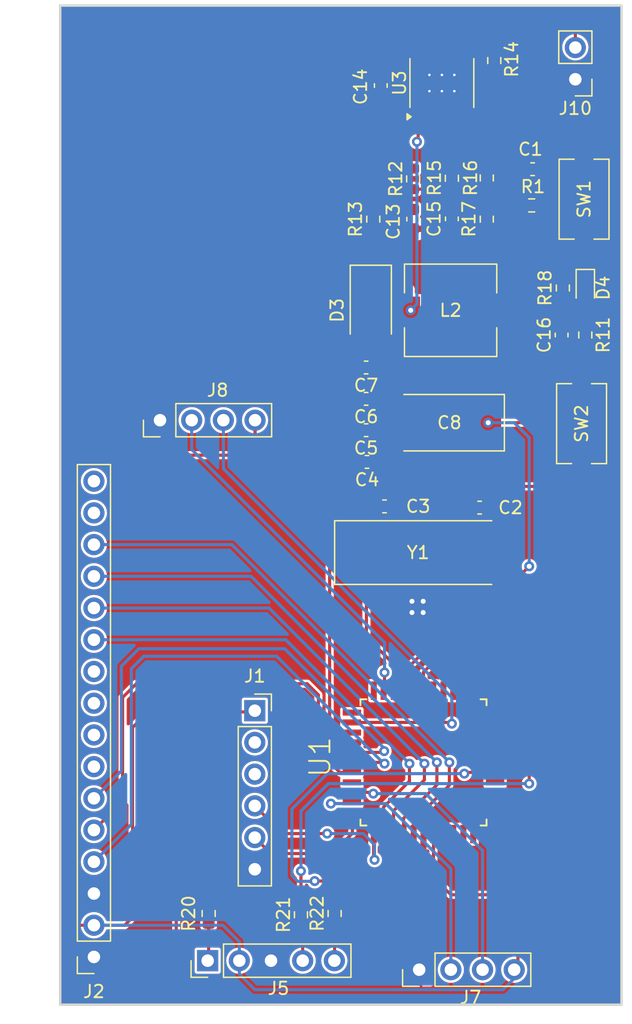
<source format=kicad_pcb>
(kicad_pcb (version 20240108) (generator "pcbnew") (generator_version "8.0")
  (title_block (title "Layout Project PIC") (date "2024-06-01"))
  (layers (0 "F.Cu" signal) (31 "B.Cu" signal) (34 "B.Paste" user) (35 "F.Paste" user) (36 "B.SilkS" user "B.Silkscreen") (37 "F.SilkS" user "F.Silkscreen") (38 "B.Mask" user) (39 "F.Mask" user) (44 "Edge.Cuts" user))
  (net 0 "")
  (net 1 "Net-(U1-RA6{slash}OSC2{slash}CLKOUT)")
  (net 2 "GND")
  (net 3 "Net-(U1-RA7{slash}OSC1{slash}CLKIN)")
  (net 4 "+5V")
  (net 5 "VPP")
  (net 6 "/MCU/ECHO")
  (net 8 "/MCU/D7")
  (net 28 "/MCU/DT")
  (net 29 "/MCU/D6")
  (net 30 "/MCU/D4")
  (net 31 "/MCU/E")
  (net 32 "/MCU/D5")
  (net 33 "/MCU/SCK")
  (net 34 "/MCU/RS")
  (net 35 "/MCU/RW")
  (net 36 "Net-(U1-RC2{slash}P1A{slash}CCP1)")
  (net 37 "Net-(D3-K)")
  (net 38 "Net-(U3-BST)")
  (net 39 "Net-(C15-Pad2)")
  (net 40 "Net-(D4-A)")
  (net 41 "Net-(J5-Pin_4)")
  (net 42 "Net-(J5-Pin_1)")
  (net 43 "Net-(J5-Pin_5)")
  (net 44 "/MCU/TR")
  (net 45 "/MCU/D1")
  (net 46 "/MCU/D0")
  (net 47 "/MCU/D2")
  (net 48 "/MCU/D3")
  (net 49 "Net-(U3-EN)")
  (net 50 "Net-(U3-FREQ)")
  (net 51 "Net-(U3-COMP)")
  (net 52 "Net-(U3-FB)")
  (net 56 "/MCU/TX")
  (net 57 "/MCU/RX")
  (net 58 "/MCU/A")
  (net 59 "/MCU/K")
  (net 60 "12")
  (net 61 "Net-(U1-RB7{slash}ICSPDAT)")
  (net 62 "Net-(U1-RB6{slash}ICSPCLK)")
  (footprint "Button_Switch_SMD:SW_Tactile_SPST_NO_Straight_CK_PTS636Sx25SMTRLFS" (layer "F.Cu") (at 84.1 35.7 90)
    (property "Reference" "SW1")
    (property "Value" "RST_BUT")
  )
  (footprint "Capacitor_SMD:C_0603_1608Metric" (layer "F.Cu") (at 66.625 54.2 180)
    (property "Reference" "C5")
    (property "Value" "10n")
  )
  (footprint "Resistor_SMD:R_0603_1608Metric" (layer "F.Cu") (at 76.3 34 -90)
    (property "Reference" "R16")
    (property "Value" "10K")
  )
  (footprint "Capacitor_SMD:C_0603_1608Metric" (layer "F.Cu") (at 66.625 51.69 180)
    (property "Reference" "C6")
    (property "Value" "100n")
  )
  (footprint "Capacitor_SMD:C_0603_1608Metric" (layer "F.Cu") (at 73.5 37.275 90)
    (property "Reference" "C15")
    (property "Value" "150p")
  )
  (footprint "Capacitor_SMD:C_0603_1608Metric" (layer "F.Cu") (at 75.725 60.4)
    (property "Reference" "C2")
    (property "Value" "10p")
  )
  (footprint "Package_QFP:QFP80P1200X1200X120-44N" (layer "F.Cu") (at 71.225 80.8 90)
    (property "Reference" "U1")
    (property "Value" "PIC16F887-I_PT")
  )
  (footprint "Capacitor_SMD:C_0603_1608Metric" (layer "F.Cu") (at 70.4 37.3 90)
    (property "Reference" "C13")
    (property "Value" "100n")
  )
  (footprint "Resistor_SMD:R_0603_1608Metric" (layer "F.Cu") (at 79.9 36.2 180)
    (property "Reference" "R1")
    (property "Value" "4.7K")
  )
  (footprint "Capacitor_SMD:C_0603_1608Metric" (layer "F.Cu") (at 66.625 49.18 180)
    (property "Reference" "C7")
    (property "Value" "10n")
  )
  (footprint "Inductor_SMD:L_7.3x7.3_H3.5" (layer "F.Cu") (at 73.4 44.6)
    (property "Reference" "L2")
    (property "Value" "10uH")
  )
  (footprint "Button_Switch_SMD:SW_Tactile_SPST_NO_Straight_CK_PTS636Sx25SMTRLFS" (layer "F.Cu") (at 83.9 53.675 90)
    (property "Reference" "SW2")
    (property "Value" "RST_BUT_loadcell")
  )
  (footprint "Package_SO:SOIC-8-1EP_3.9x4.9mm_P1.27mm_EP2.29x3mm_ThermalVias" (layer "F.Cu") (at 72.7 26.4 90)
    (property "Reference" "U3")
    (property "Value" "MP1584EN-LF-P")
  )
  (footprint "Connector_PinSocket_2.54mm:PinSocket_1x16_P2.54mm_Vertical" (layer "F.Cu") (at 44.8 96.38 180)
    (property "Reference" "J2")
    (property "Value" "Conn_01x16_Socket")
  )
  (footprint "Resistor_SMD:R_0603_1608Metric" (layer "F.Cu") (at 76.3 37.3 90)
    (property "Reference" "R17")
    (property "Value" "10K")
  )
  (footprint "Resistor_SMD:R_0603_1608Metric" (layer "F.Cu") (at 70.4 34.075 90)
    (property "Reference" "R12")
    (property "Value" "10K")
  )
  (footprint "Resistor_SMD:R_0603_1608Metric" (layer "F.Cu") (at 54 92.9 -90)
    (property "Reference" "R20")
    (property "Value" "10R")
  )
  (footprint "Connector_PinHeader_2.54mm:PinHeader_1x04_P2.54mm_Vertical" (layer "F.Cu") (at 70.88 97.4 90)
    (property "Reference" "J7")
    (property "Value" "JST 2.54X4")
  )
  (footprint "Capacitor_SMD:C_0603_1608Metric" (layer "F.Cu") (at 79.975 33.3 180)
    (property "Reference" "C1")
    (property "Value" "10n")
  )
  (footprint "Crystal:Crystal_SMD_HC49-SD" (layer "F.Cu") (at 70.8 64)
    (property "Reference" "Y1")
    (property "Value" "20M")
  )
  (footprint "Resistor_SMD:R_0603_1608Metric" (layer "F.Cu") (at 76.9 24.6 90)
    (property "Reference" "R14")
    (property "Value" "10K")
  )
  (footprint "LED_SMD:LED_0603_1608Metric" (layer "F.Cu") (at 84.2 42.8125 -90)
    (property "Reference" "D4")
    (property "Value" "5V")
  )
  (footprint "Diode_SMD:D_SMA" (layer "F.Cu") (at 67 44.5 -90)
    (property "Reference" "D3")
    (property "Value" "SS34")
  )
  (footprint "Capacitor_SMD:C_0603_1608Metric" (layer "F.Cu") (at 68.1 60.3)
    (property "Reference" "C3")
    (property "Value" "10p")
  )
  (footprint "Connector_PinSocket_2.54mm:PinSocket_1x06_P2.54mm_Vertical" (layer "F.Cu") (at 57.7 76.66)
    (property "Reference" "J1")
    (property "Value" "Conn_01x06_Socket")
  )
  (footprint "Resistor_SMD:R_0603_1608Metric" (layer "F.Cu") (at 82.4 42.8125 90)
    (property "Reference" "R18")
    (property "Value" "10K")
  )
  (footprint "Resistor_SMD:R_0603_1608Metric" (layer "F.Cu") (at 67.2 37.3 90)
    (property "Reference" "R13")
    (property "Value" "10")
  )
  (footprint "Resistor_SMD:R_0603_1608Metric" (layer "F.Cu") (at 84.2 46.575 -90)
    (property "Reference" "R11")
    (property "Value" "4.7K")
  )
  (footprint "Capacitor_SMD:C_0603_1608Metric" (layer "F.Cu") (at 82.3 46.575 -90)
    (property "Reference" "C16")
    (property "Value" "22u")
  )
  (footprint "Resistor_SMD:R_0603_1608Metric" (layer "F.Cu") (at 73.5 34.025 90)
    (property "Reference" "R15")
    (property "Value" "10K")
  )
  (footprint "Connector_PinHeader_2.54mm:PinHeader_1x04_P2.54mm_Vertical" (layer "F.Cu") (at 50.1 53.4 90)
    (property "Reference" "J8")
    (property "Value" "JST 2.54X4")
  )
  (footprint "Resistor_SMD:R_0603_1608Metric" (layer "F.Cu") (at 64.1 92.9 90)
    (property "Reference" "R22")
    (property "Value" "10R")
  )
  (footprint "Connector_PinHeader_2.54mm:PinHeader_1x02_P2.54mm_Vertical" (layer "F.Cu") (at 83.4 26.1 180)
    (property "Reference" "J10")
    (property "Value" "POWER")
  )
  (footprint "Connector_PinHeader_2.54mm:PinHeader_1x05_P2.54mm_Vertical" (layer "F.Cu") (at 53.92 96.6775 90)
    (property "Reference" "J5")
    (property "Value" "ISP_CON")
  )
  (footprint "Capacitor_Tantalum_SMD:CP_EIA-7343-30_AVX-N" (layer "F.Cu") (at 73.3 53.6 180)
    (property "Reference" "C8")
    (property "Value" "47u")
  )
  (footprint "Resistor_SMD:R_0603_1608Metric" (layer "F.Cu") (at 61.4 93 90)
    (property "Reference" "R21")
    (property "Value" "10R")
  )
  (footprint "Capacitor_SMD:C_0603_1608Metric" (layer "F.Cu") (at 67.8 26.6 -90)
    (property "Reference" "C14")
    (property "Value" "100n")
  )
  (footprint "Capacitor_SMD:C_0603_1608Metric" (layer "F.Cu") (at 66.6975 56.74 180)
    (property "Reference" "C4")
    (property "Value" "100n")
  )
  (gr_rect (start 42.1 20.2) (end 87.1 100.2) (stroke (width 0.2)) (fill none) (layer "Edge.Cuts"))
  (segment (start 67.325 60.3) (end 67.325 63.225) (width 0.25) (layer "F.Cu") (net 1))
  (segment (start 67.325 63.225) (end 66.55 64) (width 0.25) (layer "F.Cu") (net 1))
  (segment (start 68.825 72.925) (end 66.65 70.75) (width 0.25) (layer "F.Cu") (net 1))
  (segment (start 68.825 75.1) (end 68.825 72.925) (width 0.25) (layer "F.Cu") (net 1))
  (segment (start 66.65 70.75) (end 66.65 64.1) (width 0.25) (layer "F.Cu") (net 1))
  (segment (start 66.65 64.1) (end 66.55 64) (width 0.25) (layer "F.Cu") (net 1))
  (segment (start 65.9225 49.2525) (end 65.995 49.18) (width 0.25) (layer "F.Cu") (net 2))
  (via (at 71.2 67.9) (size 0.8) (drill 0.4) (layers "F.Cu" "B.Cu") (net 2))
  (via (at 70.3 68.8) (size 0.8) (drill 0.4) (layers "F.Cu" "B.Cu") (net 2))
  (via (at 71.2 68.8) (size 0.8) (drill 0.4) (layers "F.Cu" "B.Cu") (net 2))
  (via (at 70.3 67.9) (size 0.8) (drill 0.4) (layers "F.Cu" "B.Cu") (net 2))
  (segment (start 75.05 64) (end 75.05 68.15) (width 0.25) (layer "F.Cu") (net 3))
  (segment (start 69.625 73.575) (end 69.625 75.1) (width 0.25) (layer "F.Cu") (net 3))
  (segment (start 74.95 63.9) (end 75.05 64) (width 0.25) (layer "F.Cu") (net 3))
  (segment (start 74.95 60.4) (end 74.95 63.9) (width 0.25) (layer "F.Cu") (net 3))
  (segment (start 75.05 68.15) (end 69.625 73.575) (width 0.25) (layer "F.Cu") (net 3))
  (segment (start 82.4 41.9875) (end 81.8125 41.9875) (width 0.25) (layer "F.Cu") (net 4))
  (segment (start 75.2 57.7) (end 67.8 57.7) (width 0.25) (layer "F.Cu") (net 4))
  (segment (start 67.4725 56.74) (end 67.4725 49.2525) (width 0.25) (layer "F.Cu") (net 4))
  (segment (start 76.6125 53.4) (end 76.4125 53.6) (width 0.25) (layer "F.Cu") (net 4))
  (segment (start 42.9 57.3) (end 42.9 93.2) (width 0.25) (layer "F.Cu") (net 4))
  (segment (start 82.35 47.4) (end 82.3 47.35) (width 0.25) (layer "F.Cu") (net 4))
  (segment (start 43.54 93.84) (end 44.8 93.84) (width 0.25) (layer "F.Cu") (net 4))
  (segment (start 79.15 41.05) (end 79.15 36.2) (width 0.25) (layer "F.Cu") (net 4))
  (segment (start 79.15 37.95) (end 79.15 36.2) (width 0.25) (layer "F.Cu") (net 4))
  (segment (start 77.025 34.825) (end 76.3 34.825) (width 0.25) (layer "F.Cu") (net 4))
  (segment (start 76.3 34.825) (end 78.425 34.825) (width 0.25) (layer "F.Cu") (net 4))
  (segment (start 73.4225 91.4) (end 72.025 90.0025) (width 0.25) (layer "F.Cu") (net 4))
  (segment (start 76.4125 53.6) (end 76.4125 56.4875) (width 0.25) (layer "F.Cu") (net 4))
  (segment (start 76.6 43.6) (end 79.15 41.05) (width 0.25) (layer "F.Cu") (net 4))
  (segment (start 58.8 57.8) (end 67.1 57.8) (width 0.25) (layer "F.Cu") (net 4))
  (segment (start 77.6 91.4) (end 73.4225 91.4) (width 0.25) (layer "F.Cu") (net 4))
  (segment (start 81.4 52) (end 81.4 47.8) (width 0.25) (layer "F.Cu") (net 4))
  (segment (start 67.4725 49.2525) (end 67.4 49.18) (width 0.25) (layer "F.Cu") (net 4))
  (segment (start 44 56.2) (end 42.9 57.3) (width 0.25) (layer "F.Cu") (net 4))
  (segment (start 67.4725 49.2525) (end 67.545 49.18) (width 0.25) (layer "F.Cu") (net 4))
  (segment (start 67.8 57.7) (end 67.4725 57.3725) (width 0.25) (layer "F.Cu") (net 4))
  (segment (start 57.72 56.72) (end 58.8 57.8) (width 0.25) (layer "F.Cu") (net 4))
  (segment (start 76.4125 56.4875) (end 75.2 57.7) (width 0.25) (layer "F.Cu") (net 4))
  (segment (start 78.8 92.6) (end 77.6 91.4) (width 0.25) (layer "F.Cu") (net 4))
  (segment (start 67.4725 57.3725) (end 67.4725 56.74) (width 0.25) (layer "F.Cu") (net 4))
  (segment (start 81.85 47.35) (end 82.3 47.35) (width 0.25) (layer "F.Cu") (net 4))
  (segment (start 82.4 41.2) (end 79.15 37.95) (width 0.25) (layer "F.Cu") (net 4))
  (segment (start 79.8 53.6) (end 81.4 52) (width 0.25) (layer "F.Cu") (net 4))
  (segment (start 81.75 47.35) (end 82.3 47.35) (width 0.25) (layer "F.Cu") (net 4))
  (segment (start 72.025 90.0025) (end 72.025 86.5) (width 0.25) (layer "F.Cu") (net 4))
  (segment (start 57.6 76.76) (end 49.14 76.76) (width 0.25) (layer "F.Cu") (net 4))
  (segment (start 67.4725 57.4275) (end 67.4725 56.74) (width 0.25) (layer "F.Cu") (net 4))
  (segment (start 78.8 96.7775) (end 78.8 92.6) (width 0.25) (layer "F.Cu") (net 4))
  (segment (start 84.2 47.4) (end 82.35 47.4) (width 0.25) (layer "F.Cu") (net 4))
  (segment (start 47.9 78) (end 47.9 93.2) (width 0.25) (layer "F.Cu") (net 4))
  (segment (start 81.3 46.9) (end 81.75 47.35) (width 0.25) (layer "F.Cu") (net 4))
  (segment (start 57.72 53.4) (end 57.72 55.38) (width 0.25) (layer "F.Cu") (net 4))
  (segment (start 57.7 76.66) (end 57.6 76.76) (width 0.25) (layer "F.Cu") (net 4))
  (segment (start 82.4 41.9875) (end 82.4 41.2) (width 0.25) (layer "F.Cu") (net 4))
  (segment (start 79.075 35.475) (end 79.075 36.2) (width 0.25) (layer "F.Cu") (net 4))
  (segment (start 47.9 93.2) (end 47.26 93.84) (width 0.25) (layer "F.Cu") (net 4))
  (segment (start 79.15 36.2) (end 78.975 36.2) (width 0.25) (layer "F.Cu") (net 4))
  (segment (start 81.8125 41.9875) (end 81.3 42.5) (width 0.25) (layer "F.Cu") (net 4))
  (segment (start 76.4125 53.6) (end 79.8 53.6) (width 0.25) (layer "F.Cu") (net 4))
  (segment (start 81.3 42.5) (end 81.3 46.9) (width 0.25) (layer "F.Cu") (net 4))
  (segment (start 49.14 76.76) (end 47.9 78) (width 0.25) (layer "F.Cu") (net 4))
  (segment (start 67.1 57.8) (end 67.4725 57.4275) (width 0.25) (layer "F.Cu") (net 4))
  (segment (start 57.72 53.4) (end 57.72 56.72) (width 0.25) (layer "F.Cu") (net 4))
  (segment (start 76.6 44.6) (end 76.6 43.6) (width 0.25) (layer "F.Cu") (net 4))
  (segment (start 71.225 73.575) (end 71.225 75.1) (width 0.25) (layer "F.Cu") (net 4))
  (segment (start 81.4 47.8) (end 81.85 47.35) (width 0.25) (layer "F.Cu") (net 4))
  (segment (start 42.9 93.2) (end 43.54 93.84) (width 0.25) (layer "F.Cu") (net 4))
  (segment (start 47.26 93.84) (end 44.8 93.84) (width 0.25) (layer "F.Cu") (net 4))
  (segment (start 78.425 34.825) (end 79.075 35.475) (width 0.25) (layer "F.Cu") (net 4))
  (segment (start 56.9 56.2) (end 44 56.2) (width 0.25) (layer "F.Cu") (net 4))
  (segment (start 57.72 55.38) (end 56.9 56.2) (width 0.25) (layer "F.Cu") (net 4))
  (segment (start 79.7 65.1) (end 71.225 73.575) (width 0.25) (layer "F.Cu") (net 4))
  (via (at 79.7 65.1) (size 0.8) (drill 0.4) (layers "F.Cu" "B.Cu") (net 4))
  (via (at 76.4125 53.6) (size 0.8) (drill 0.4) (layers "F.Cu" "B.Cu") (net 4))
  (segment (start 79.7 54.8) (end 78.5 53.6) (width 0.25) (layer "B.Cu") (net 4))
  (segment (start 57.7 99) (end 77.6 99) (width 0.25) (layer "B.Cu") (net 4))
  (segment (start 78.5 53.6) (end 76.4125 53.6) (width 0.25) (layer "B.Cu") (net 4))
  (segment (start 79.7 65.1) (end 79.7 54.8) (width 0.25) (layer "B.Cu") (net 4))
  (segment (start 44.84 93.8) (end 44.8 93.84) (width 0.25) (layer "B.Cu") (net 4))
  (segment (start 44.8 93.84) (end 55.14 93.84) (width 0.25) (layer "B.Cu") (net 4))
  (segment (start 77.6 99) (end 78.8 97.8) (width 0.25) (layer "B.Cu") (net 4))
  (segment (start 78.8 97.8) (end 78.8 96.7775) (width 0.25) (layer "B.Cu") (net 4))
  (segment (start 56.46 95.16) (end 56.46 96.6775) (width 0.25) (layer "B.Cu") (net 4))
  (segment (start 56.46 97.76) (end 57.7 99) (width 0.25) (layer "B.Cu") (net 4))
  (segment (start 55.14 93.84) (end 56.46 95.16) (width 0.25) (layer "B.Cu") (net 4))
  (segment (start 56.46 96.6775) (end 56.46 97.76) (width 0.25) (layer "B.Cu") (net 4))
  (segment (start 86.4 32.5) (end 86.4 95.2) (width 0.25) (layer "F.Cu") (net 5))
  (segment (start 52.725 92.075) (end 54 92.075) (width 0.25) (layer "F.Cu") (net 5))
  (segment (start 51.4 93.4) (end 52.725 92.075) (width 0.25) (layer "F.Cu") (net 5))
  (segment (start 51.4 98.1) (end 51.4 93.4) (width 0.25) (layer "F.Cu") (net 5))
  (segment (start 80.675 33.025) (end 80.675 32.525) (width 0.25) (layer "F.Cu") (net 5))
  (segment (start 80.675 32.525) (end 81.375 31.825) (width 0.25) (layer "F.Cu") (net 5))
  (segment (start 86.4 78.6) (end 86.4 58.1) (width 0.25) (layer "F.Cu") (net 5))
  (segment (start 80.75 36.15) (end 80.8 36.2) (width 0.25) (layer "F.Cu") (net 5))
  (segment (start 84.1 31.825) (end 85.725 31.825) (width 0.25) (layer "F.Cu") (net 5))
  (segment (start 80.75 33.3) (end 80.75 36.15) (width 0.25) (layer "F.Cu") (net 5))
  (segment (start 86.4 95.2) (end 81.6 100) (width 0.25) (layer "F.Cu") (net 5))
  (segment (start 81.375 31.825) (end 84.1 31.825) (width 0.25) (layer "F.Cu") (net 5))
  (segment (start 85.725 31.825) (end 86.4 32.5) (width 0.25) (layer "F.Cu") (net 5))
  (segment (start 76.925 80) (end 85 80) (width 0.25) (layer "F.Cu") (net 5))
  (segment (start 53.3 100) (end 51.4 98.1) (width 0.25) (layer "F.Cu") (net 5))
  (segment (start 85 80) (end 86.4 78.6) (width 0.25) (layer "F.Cu") (net 5))
  (segment (start 81.6 100) (end 53.3 100) (width 0.25) (layer "F.Cu") (net 5))
  (segment (start 65.525 83.2) (end 67.1 83.2) (width 0.25) (layer "F.Cu") (net 6))
  (segment (start 67.1 83.2) (end 67.2 83.3) (width 0.25) (layer "F.Cu") (net 6))
  (via (at 67.2 83.3) (size 0.8) (drill 0.4) (layers "F.Cu" "B.Cu") (net 6))
  (segment (start 75.96 87.86) (end 71.4 83.3) (width 0.25) (layer "B.Cu") (net 6))
  (segment (start 75.96 97.4) (end 75.96 87.86) (width 0.25) (layer "B.Cu") (net 6))
  (segment (start 71.4 83.3) (end 67.2 83.3) (width 0.25) (layer "B.Cu") (net 6))
  (segment (start 73.3 80.8) (end 73.3 82.625) (width 0.25) (layer "F.Cu") (net 8))
  (segment (start 70.425 85.5) (end 70.425 86.5) (width 0.25) (layer "F.Cu") (net 8))
  (segment (start 73.3 82.625) (end 70.425 85.5) (width 0.25) (layer "F.Cu") (net 8))
  (segment (start 70.425 86.5) (end 70.4 86.525) (width 0.25) (layer "F.Cu") (net 8))
  (via (at 73.3 80.8) (size 0.8) (drill 0.4) (layers "F.Cu" "B.Cu") (net 8))
  (segment (start 73.3 80.8) (end 73.025 80.525) (width 0.25) (layer "B.Cu") (net 8))
  (segment (start 73.025 80.525) (end 73.025 80.499695) (width 0.25) (layer "B.Cu") (net 8))
  (segment (start 55.86 63.36) (end 44.8 63.36) (width 0.25) (layer "B.Cu") (net 8))
  (segment (start 72.575 80.075) (end 55.86 63.36) (width 0.25) (layer "B.Cu") (net 8))
  (segment (start 72.600305 80.075) (end 72.575 80.075) (width 0.25) (layer "B.Cu") (net 8))
  (segment (start 73.025 80.499695) (end 72.600305 80.075) (width 0.25) (layer "B.Cu") (net 8))
  (segment (start 68.1 73.6) (end 68.1 75.025) (width 0.25) (layer "F.Cu") (net 28))
  (segment (start 68.1 75.025) (end 68.025 75.1) (width 0.25) (layer "F.Cu") (net 28))
  (via (at 68.1 73.6) (size 0.8) (drill 0.4) (layers "F.Cu" "B.Cu") (net 28))
  (segment (start 68.1 71.2) (end 52.64 55.74) (width 0.25) (layer "B.Cu") (net 28))
  (segment (start 52.64 55.74) (end 52.64 53.4) (width 0.25) (layer "B.Cu") (net 28))
  (segment (start 68.1 73.6) (end 68.1 71.2) (width 0.25) (layer "B.Cu") (net 28))
  (segment (start 69.625 85.275) (end 69.625 86.5) (width 0.25) (layer "F.Cu") (net 29))
  (segment (start 72.3 82.6) (end 69.625 85.275) (width 0.25) (layer "F.Cu") (net 29))
  (segment (start 72.3 80.8) (end 72.3 82.6) (width 0.25) (layer "F.Cu") (net 29))
  (via (at 72.3 80.8) (size 0.8) (drill 0.4) (layers "F.Cu" "B.Cu") (net 29))
  (segment (start 57.4 65.9) (end 44.8 65.9) (width 0.25) (layer "B.Cu") (net 29))
  (segment (start 72.3 80.8) (end 57.4 65.9) (width 0.25) (layer "B.Cu") (net 29))
  (segment (start 68.025 84.375) (end 68.025 86.5) (width 0.25) (layer "F.Cu") (net 30))
  (segment (start 70.1 82.3) (end 68.025 84.375) (width 0.25) (layer "F.Cu") (net 30))
  (segment (start 70.1 80.9) (end 70.1 82.3) (width 0.25) (layer "F.Cu") (net 30))
  (via (at 70.1 80.9) (size 0.8) (drill 0.4) (layers "F.Cu" "B.Cu") (net 30))
  (segment (start 60.18 70.98) (end 44.8 70.98) (width 0.25) (layer "B.Cu") (net 30))
  (segment (start 70.1 80.9) (end 60.18 70.98) (width 0.25) (layer "B.Cu") (net 30))
  (segment (start 67.967835 80) (end 65.525 80) (width 0.25) (layer "F.Cu") (net 31))
  (segment (start 68.071265 79.89657) (end 67.967835 80) (width 0.25) (layer "F.Cu") (net 31))
  (via (at 68.071265 79.89657) (size 0.8) (drill 0.4) (layers "F.Cu" "B.Cu") (net 31))
  (segment (start 60.1 71.7) (end 48.4 71.7) (width 0.25) (layer "B.Cu") (net 31))
  (segment (start 48.4 71.7) (end 47 73.1) (width 0.25) (layer "B.Cu") (net 31))
  (segment (start 68.071265 79.89657) (end 68.071265 79.671265) (width 0.25) (layer "B.Cu") (net 31))
  (segment (start 68.071265 79.671265) (end 60.1 71.7) (width 0.25) (layer "B.Cu") (net 31))
  (segment (start 47 81.48) (end 44.8 83.68) (width 0.25) (layer "B.Cu") (net 31))
  (segment (start 47 73.1) (end 47 81.48) (width 0.25) (layer "B.Cu") (net 31))
  (segment (start 71.299994 80.9) (end 71.299994 82.200006) (width 0.25) (layer "F.Cu") (net 32))
  (segment (start 68.825 86.5) (end 68.9 86.575) (width 0.25) (layer "F.Cu") (net 32))
  (segment (start 68.825 84.675) (end 68.825 86.5) (width 0.25) (layer "F.Cu") (net 32))
  (segment (start 71.299994 82.200006) (end 68.825 84.675) (width 0.25) (layer "F.Cu") (net 32))
  (via (at 71.299994 80.9) (size 0.8) (drill 0.4) (layers "F.Cu" "B.Cu") (net 32))
  (segment (start 71.299994 80.899994) (end 58.84 68.44) (width 0.25) (layer "B.Cu") (net 32))
  (segment (start 58.84 68.44) (end 44.8 68.44) (width 0.25) (layer "B.Cu") (net 32))
  (segment (start 71.299994 80.9) (end 71.299994 80.899994) (width 0.25) (layer "B.Cu") (net 32))
  (segment (start 73.4 77.6) (end 65.525 77.6) (width 0.25) (layer "F.Cu") (net 33))
  (segment (start 73.5 77.7) (end 73.4 77.6) (width 0.25) (layer "F.Cu") (net 33))
  (via (at 73.5 77.7) (size 0.8) (drill 0.4) (layers "F.Cu" "B.Cu") (net 33))
  (segment (start 73.5 77.7) (end 73.5 75.6) (width 0.25) (layer "B.Cu") (net 33))
  (segment (start 55.18 57.28) (end 55.18 53.4) (width 0.25) (layer "B.Cu") (net 33))
  (segment (start 73.5 75.6) (end 55.18 57.28) (width 0.25) (layer "B.Cu") (net 33))
  (segment (start 68.100499 80.896145) (end 68.004354 80.8) (width 0.25) (layer "F.Cu") (net 34))
  (segment (start 68.004354 80.8) (end 65.525 80.8) (width 0.25) (layer "F.Cu") (net 34))
  (via (at 68.100499 80.896145) (size 0.8) (drill 0.4) (layers "F.Cu" "B.Cu") (net 34))
  (segment (start 48.8 72.3) (end 47.8 73.3) (width 0.25) (layer "B.Cu") (net 34))
  (segment (start 59.44939 72.3) (end 48.8 72.3) (width 0.25) (layer "B.Cu") (net 34))
  (segment (start 68.100499 80.896145) (end 67.939974 80.73562) (width 0.25) (layer "B.Cu") (net 34))
  (segment (start 47.8 73.3) (end 47.8 85.76) (width 0.25) (layer "B.Cu") (net 34))
  (segment (start 47.8 85.76) (end 44.8 88.76) (width 0.25) (layer "B.Cu") (net 34))
  (segment (start 67.939974 80.73562) (end 67.88501 80.73562) (width 0.25) (layer "B.Cu") (net 34))
  (segment (start 68.045535 80.896145) (end 59.44939 72.3) (width 0.25) (layer "B.Cu") (net 34))
  (segment (start 68.100499 80.896145) (end 68.045535 80.896145) (width 0.25) (layer "B.Cu") (net 34))
  (segment (start 65.525 81.6) (end 64.525 81.6) (width 0.25) (layer "F.Cu") (net 35))
  (segment (start 61.9 74.5) (end 48.2 74.5) (width 0.25) (layer "F.Cu") (net 35))
  (segment (start 48.2 74.5) (end 47.1 75.6) (width 0.25) (layer "F.Cu") (net 35))
  (segment (start 62.8 79.875) (end 62.8 75.4) (width 0.25) (layer "F.Cu") (net 35))
  (segment (start 47.1 83.92) (end 44.8 86.22) (width 0.25) (layer "F.Cu") (net 35))
  (segment (start 62.8 75.4) (end 61.9 74.5) (width 0.25) (layer "F.Cu") (net 35))
  (segment (start 47.1 75.6) (end 47.1 83.92) (width 0.25) (layer "F.Cu") (net 35))
  (segment (start 64.525 81.6) (end 62.8 79.875) (width 0.25) (layer "F.Cu") (net 35))
  (segment (start 82.75 58.7) (end 83.9 57.55) (width 0.25) (layer "F.Cu") (net 36))
  (segment (start 64.3 78.4) (end 63.7 77.8) (width 0.25) (layer "F.Cu") (net 36))
  (segment (start 63.7 61) (end 66 58.7) (width 0.25) (layer "F.Cu") (net 36))
  (segment (start 63.7 77.8) (end 63.7 61) (width 0.25) (layer "F.Cu") (net 36))
  (segment (start 66 58.7) (end 82.75 58.7) (width 0.25) (layer "F.Cu") (net 36))
  (segment (start 65.525 78.4) (end 64.3 78.4) (width 0.25) (layer "F.Cu") (net 36))
  (segment (start 70.72 28.8) (end 70.795 28.875) (width 0.25) (layer "F.Cu") (net 37))
  (segment (start 70.7 31.1) (end 70.795 31.005) (width 0.25) (layer "F.Cu") (net 37))
  (segment (start 70.2 42.9) (end 70.2 44.6) (width 0.25) (layer "F.Cu") (net 37))
  (segment (start 67 42.5) (end 69.8 42.5) (width 0.25) (layer "F.Cu") (net 37))
  (segment (start 70 44.8) (end 70.2 44.6) (width 0.25) (layer "F.Cu") (net 37))
  (segment (start 69.8 42.5) (end 70.2 42.9) (width 0.25) (layer "F.Cu") (net 37))
  (segment (start 70.795 31.005) (end 70.795 29.0375) (width 0.25) (layer "F.Cu") (net 37))
  (segment (start 67.8 28.5) (end 68.1 28.8) (width 0.25) (layer "F.Cu") (net 37))
  (segment (start 67.8 27.375) (end 67.8 28.5) (width 0.25) (layer "F.Cu") (net 37))
  (segment (start 68.1 28.8) (end 70.72 28.8) (width 0.25) (layer "F.Cu") (net 37))
  (via (at 70.2 44.6) (size 0.8) (drill 0.4) (layers "F.Cu" "B.Cu") (net 37))
  (via (at 70.7 31.1) (size 0.8) (drill 0.4) (layers "F.Cu" "B.Cu") (net 37))
  (segment (start 70.7 31.1) (end 70.7 44.1) (width 0.25) (layer "B.Cu") (net 37))
  (segment (start 70.7 44.1) (end 70.2 44.6) (width 0.25) (layer "B.Cu") (net 37))
  (segment (start 67.8 22.7) (end 68.4 22.1) (width 0.25) (layer "F.Cu") (net 38))
  (segment (start 67.8 25.825) (end 67.8 22.7) (width 0.25) (layer "F.Cu") (net 38))
  (segment (start 70.795 22.495) (end 70.795 23.7625) (width 0.25) (layer "F.Cu") (net 38))
  (segment (start 70.4 22.1) (end 70.795 22.495) (width 0.25) (layer "F.Cu") (net 38))
  (segment (start 68.4 22.1) (end 70.4 22.1) (width 0.25) (layer "F.Cu") (net 38))
  (segment (start 73.5 36.5) (end 73.5 34.85) (width 0.25) (layer "F.Cu") (net 39))
  (segment (start 84.2 43.6) (end 82.4375 43.6) (width 0.25) (layer "F.Cu") (net 40))
  (segment (start 82.4375 43.6) (end 82.4 43.6375) (width 0.25) (layer "F.Cu") (net 40))
  (segment (start 61.425 96.2725) (end 60.92 96.7775) (width 0.25) (layer "F.Cu") (net 41))
  (segment (start 61.4 93.825) (end 61.54 93.965) (width 0.25) (layer "F.Cu") (net 41))
  (segment (start 60.875 96.7325) (end 60.92 96.7775) (width 0.25) (layer "F.Cu") (net 41))
  (segment (start 61.54 93.965) (end 61.54 96.6775) (width 0.25) (layer "F.Cu") (net 41))
  (segment (start 54 96.5975) (end 53.92 96.6775) (width 0.25) (layer "F.Cu") (net 42))
  (segment (start 54 93.725) (end 54 96.5975) (width 0.25) (layer "F.Cu") (net 42))
  (segment (start 64.1 96.6575) (end 64.08 96.6775) (width 0.25) (layer "F.Cu") (net 43))
  (segment (start 63.46 96.7775) (end 63.46 96.86) (width 0.25) (layer "F.Cu") (net 43))
  (segment (start 63.46 96.86) (end 63.5 96.9) (width 0.25) (layer "F.Cu") (net 43))
  (segment (start 64.1 93.625) (end 64.1 96.6575) (width 0.25) (layer "F.Cu") (net 43))
  (segment (start 65.425 84.1) (end 65.525 84) (width 0.25) (layer "F.Cu") (net 44))
  (segment (start 63.8 84.1) (end 65.425 84.1) (width 0.25) (layer "F.Cu") (net 44))
  (via (at 63.8 84.1) (size 0.8) (drill 0.4) (layers "F.Cu" "B.Cu") (net 44))
  (segment (start 73.42 89.32) (end 68.2 84.1) (width 0.25) (layer "B.Cu") (net 44))
  (segment (start 68.2 84.1) (end 63.8 84.1) (width 0.25) (layer "B.Cu") (net 44))
  (segment (start 73.42 97.4) (end 73.42 89.32) (width 0.25) (layer "B.Cu") (net 44))
  (segment (start 72.065 29.0375) (end 72.065 34.535) (width 0.25) (layer "F.Cu") (net 49))
  (segment (start 72.065 34.535) (end 71.7 34.9) (width 0.25) (layer "F.Cu") (net 49))
  (segment (start 71.7 34.9) (end 70.6 34.9) (width 0.25) (layer "F.Cu") (net 49))
  (segment (start 67.2 35.3) (end 67.2 36.675) (width 0.25) (layer "F.Cu") (net 49))
  (segment (start 70.4 34.9) (end 67.6 34.9) (width 0.25) (layer "F.Cu") (net 49))
  (segment (start 67.6 34.9) (end 67.2 35.3) (width 0.25) (layer "F.Cu") (net 49))
  (segment (start 76.2 22.1) (end 73.9 22.1) (width 0.25) (layer "F.Cu") (net 50))
  (segment (start 73.335 22.665) (end 73.335 23.7625) (width 0.25) (layer "F.Cu") (net 50))
  (segment (start 73.9 22.1) (end 73.335 22.665) (width 0.25) (layer "F.Cu") (net 50))
  (segment (start 76.9 23.775) (end 76.9 22.8) (width 0.25) (layer "F.Cu") (net 50))
  (segment (start 76.9 22.8) (end 76.2 22.1) (width 0.25) (layer "F.Cu") (net 50))
  (segment (start 73.335 29.0375) (end 73.335 33.035) (width 0.25) (layer "F.Cu") (net 51))
  (segment (start 73.335 33.035) (end 73.5 33.2) (width 0.25) (layer "F.Cu") (net 51))
  (segment (start 76.3 29.6) (end 76.3 33.175) (width 0.25) (layer "F.Cu") (net 52))
  (segment (start 75 36) (end 75 33.7) (width 0.25) (layer "F.Cu") (net 52))
  (segment (start 75.475 36.475) (end 75 36) (width 0.25) (layer "F.Cu") (net 52))
  (segment (start 75 33.7) (end 75.525 33.175) (width 0.25) (layer "F.Cu") (net 52))
  (segment (start 74.605 29.0375) (end 75.7375 29.0375) (width 0.25) (layer "F.Cu") (net 52))
  (segment (start 75.7375 29.0375) (end 76.3 29.6) (width 0.25) (layer "F.Cu") (net 52))
  (segment (start 76.3 36.475) (end 75.475 36.475) (width 0.25) (layer "F.Cu") (net 52))
  (segment (start 75.525 33.175) (end 76.3 33.175) (width 0.25) (layer "F.Cu") (net 52))
  (segment (start 57.7 84.28) (end 59.92 86.5) (width 0.25) (layer "F.Cu") (net 56))
  (segment (start 67.225 88.525) (end 67.3 88.6) (width 0.25) (layer "F.Cu") (net 56))
  (segment (start 59.92 86.5) (end 63.5 86.5) (width 0.25) (layer "F.Cu") (net 56))
  (segment (start 67.225 86.5) (end 67.225 88.525) (width 0.25) (layer "F.Cu") (net 56))
  (segment (start 63.1 86.5) (end 63.5 86.5) (width 0.25) (layer "F.Cu") (net 56))
  (via (at 63.5 86.5) (size 0.8) (drill 0.4) (layers "F.Cu" "B.Cu") (net 56))
  (via (at 67.3 88.6) (size 0.8) (drill 0.4) (layers "F.Cu" "B.Cu") (net 56))
  (segment (start 67.3 87.4) (end 67.3 88.6) (width 0.25) (layer "B.Cu") (net 56))
  (segment (start 63.5 86.5) (end 66.4 86.5) (width 0.25) (layer "B.Cu") (net 56))
  (segment (start 66.4 86.5) (end 67.3 87.4) (width 0.25) (layer "B.Cu") (net 56))
  (segment (start 65.525 84.8) (end 65.525 86.475) (width 0.25) (layer "F.Cu") (net 57))
  (segment (start 58.98 88.1) (end 57.8 86.92) (width 0.25) (layer "F.Cu") (net 57))
  (segment (start 65.525 86.475) (end 63.9 88.1) (width 0.25) (layer "F.Cu") (net 57))
  (segment (start 63.9 88.1) (end 58.98 88.1) (width 0.25) (layer "F.Cu") (net 57))
  (segment (start 82.5 21.4) (end 83.4 22.3) (width 0.25) (layer "F.Cu") (net 60))
  (segment (start 72.065 22.135) (end 72.8 21.4) (width 0.25) (layer "F.Cu") (net 60))
  (segment (start 69.3 37.2) (end 69.3 38.9) (width 0.25) (layer "F.Cu") (net 60))
  (segment (start 70.6 33.25) (end 68.05 33.25) (width 0.25) (layer "F.Cu") (net 60))
  (segment (start 65.7 22.3) (end 66.5 21.5) (width 0.25) (layer "F.Cu") (net 60))
  (segment (start 70.4 36.525) (end 69.975 36.525) (width 0.25) (layer "F.Cu") (net 60))
  (segment (start 72.065 23.925) (end 72.065 22.135) (width 0.25) (layer "F.Cu") (net 60))
  (segment (start 66.75 33.25) (end 67.15 33.25) (width 0.25) (layer "F.Cu") (net 60))
  (segment (start 83.4 22.3) (end 83.4 23.535) (width 0.25) (layer "F.Cu") (net 60))
  (segment (start 65.7 34.3) (end 66.75 33.25) (width 0.25) (layer "F.Cu") (net 60))
  (segment (start 66.5 39.6) (end 65.7 38.8) (width 0.25) (layer "F.Cu") (net 60))
  (segment (start 69.3 38.9) (end 68.6 39.6) (width 0.25) (layer "F.Cu") (net 60))
  (segment (start 67.15 33.25) (end 66.65 33.25) (width 0.25) (layer "F.Cu") (net 60))
  (segment (start 65.7 38.8) (end 65.7 34.3) (width 0.25) (layer "F.Cu") (net 60))
  (segment (start 72.065 22.165) (end 72.065 22.135) (width 0.25) (layer "F.Cu") (net 60))
  (segment (start 72.8 21.4) (end 82.5 21.4) (width 0.25) (layer "F.Cu") (net 60))
  (segment (start 68.6 39.6) (end 66.5 39.6) (width 0.25) (layer "F.Cu") (net 60))
  (segment (start 66.65 33.25) (end 65.7 32.3) (width 0.25) (layer "F.Cu") (net 60))
  (segment (start 68.05 33.25) (end 67.15 33.25) (width 0.25) (layer "F.Cu") (net 60))
  (segment (start 71.4 21.5) (end 72.065 22.165) (width 0.25) (layer "F.Cu") (net 60))
  (segment (start 65.7 32.3) (end 65.7 22.3) (width 0.25) (layer "F.Cu") (net 60))
  (segment (start 66.5 21.5) (end 71.4 21.5) (width 0.25) (layer "F.Cu") (net 60))
  (segment (start 69.975 36.525) (end 69.3 37.2) (width 0.25) (layer "F.Cu") (net 60))
  (segment (start 79.7 81.6) (end 79.7 82.5) (width 0.25) (layer "F.Cu") (net 61))
  (segment (start 61.4 89.5) (end 61.4 92.175) (width 0.25) (layer "F.Cu") (net 61))
  (segment (start 78.9 80.8) (end 79.7 81.6) (width 0.25) (layer "F.Cu") (net 61))
  (segment (start 76.925 80.8) (end 78.9 80.8) (width 0.25) (layer "F.Cu") (net 61))
  (via (at 79.7 82.5) (size 0.8) (drill 0.4) (layers "F.Cu" "B.Cu") (net 61))
  (via (at 61.4 89.5) (size 0.8) (drill 0.4) (layers "F.Cu" "B.Cu") (net 61))
  (segment (start 61.4 84.7) (end 63.6 82.5) (width 0.25) (layer "B.Cu") (net 61))
  (segment (start 61.4 89.5) (end 61.4 84.7) (width 0.25) (layer "B.Cu") (net 61))
  (segment (start 63.6 82.5) (end 79.7 82.5) (width 0.25) (layer "B.Cu") (net 61))
  (segment (start 64.1 90.9) (end 64.1 91.975) (width 0.25) (layer "F.Cu") (net 62))
  (segment (start 62.5 90.3) (end 63.5 90.3) (width 0.25) (layer "F.Cu") (net 62))
  (segment (start 74.5 81.7) (end 74.6 81.6) (width 0.25) (layer "F.Cu") (net 62))
  (segment (start 74.6 81.6) (end 76.925 81.6) (width 0.25) (layer "F.Cu") (net 62))
  (segment (start 63.5 90.3) (end 64.1 90.9) (width 0.25) (layer "F.Cu") (net 62))
  (via (at 62.5 90.3) (size 0.8) (drill 0.4) (layers "F.Cu" "B.Cu") (net 62))
  (via (at 74.5 81.7) (size 0.8) (drill 0.4) (layers "F.Cu" "B.Cu") (net 62))
  (segment (start 62.5 90.3) (end 62.475 90.325) (width 0.25) (layer "B.Cu") (net 62))
  (segment (start 61.125 90.325) (end 60.675 89.875) (width 0.25) (layer "B.Cu") (net 62))
  (segment (start 63.5 81.7) (end 74.5 81.7) (width 0.25) (layer "B.Cu") (net 62))
  (segment (start 60.675 84.525) (end 63.5 81.7) (width 0.25) (layer "B.Cu") (net 62))
  (segment (start 62.475 90.325) (end 61.125 90.325) (width 0.25) (layer "B.Cu") (net 62))
  (segment (start 60.675 89.875) (end 60.675 84.525) (width 0.25) (layer "B.Cu") (net 62))
  (zone (net 2) (net_name "GND") (layer "F.Cu") (priority 2) (connect_pads (clearance 0)) (min_thickness 0.25) (fill yes (thermal_gap 0.5) (thermal_bridge_width 0.5))
    (polygon (pts (xy 42.1 20.2) (xy 87.1 20.2) (xy 87 100.5) (xy 42.1 100.2)))
  )
  (zone (net 2) (net_name "GND") (layer "B.Cu") (priority 1) (connect_pads yes (clearance 0)) (min_thickness 0.25) (fill yes (thermal_gap 0.5) (thermal_bridge_width 0.5) (island_removal_mode 1) (island_area_min 10))
    (polygon (pts (xy 42.1 100.1) (xy 87 100.5) (xy 87 20.2) (xy 42.1 20.2)))
  )
)
</source>
